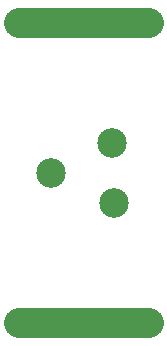
<source format=gbp>
G04 Layer: BottomPasteMaskLayer*
G04 EasyEDA v6.3.22, 2020-02-01T14:25:23+03:00*
G04 de8c743d1f944906aa5e958e3f35c1be,ca54920fb7ea4c169f3d1b618bee327e,10*
G04 Gerber Generator version 0.2*
G04 Scale: 100 percent, Rotated: No, Reflected: No *
G04 Dimensions in inches *
G04 leading zeros omitted , absolute positions ,2 integer and 4 decimal *
%FSLAX24Y24*%
%MOIN*%
G90*
G70D02*

%ADD20C,0.098425*%

%LPD*%
G54D20*
G01X7684Y4700D02*
G01X12015Y4700D01*
G01X7684Y14700D02*
G01X12015Y14700D01*
G01X8750Y9700D03*
G01X10850Y8700D03*
G01X10800Y10700D03*
M00*
M02*

</source>
